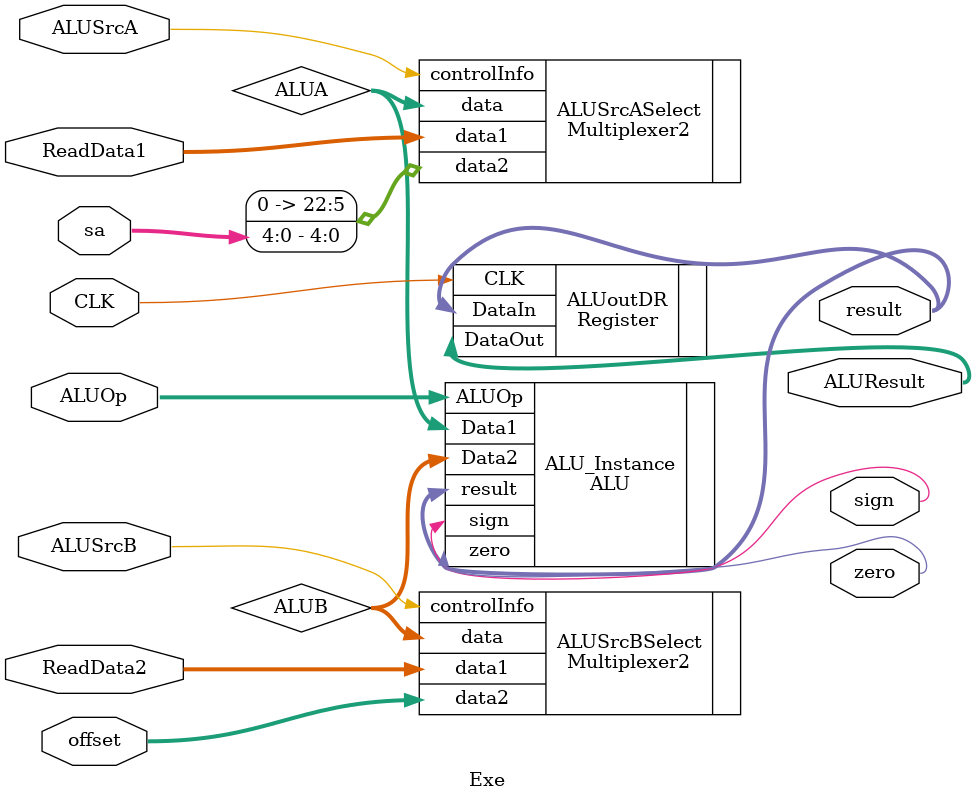
<source format=v>
`timescale 1ns / 1ps

module Exe(
    input CLK,
    input [2:0]ALUOp,
    input ALUSrcA,
    input ALUSrcB,
    input [31:0]ReadData1,
    input [31:0]ReadData2,
    input [4:0]sa,
    input [31:0]offset,
    output sign,
    output zero,
    output [31:0]result,
    output [31:0]ALUResult
    );
    wire [31:0]ALUA, ALUB, result;
    wire sign, zero;
    //´ËÄ£¿é´¦ÀíALUÄ£¿éµÄÊäÈëA£¬ÅÐ¶Ï¿ØÖÆÐÅºÅALUSrcAµÄÖµ£¬
    //µ±ÆäÎª0Ê±£¬Ñ¡Ôñ¼Ä´æÆ÷×éµÄReadData1£»µ±ÆäÎª1Ê±£¬Ñ¡Ôñsa£¬¼´Æ«ÒÆÁ¿£© 
    Multiplexer2 ALUSrcASelect(
        .controlInfo(ALUSrcA),
        .data1(ReadData1),
        .data2({16'h000000,2'b000,sa}),
        .data(ALUA)
    );
    //´ËÄ£¿é´¦ÀíALUÄ£¿éµÄÊäÈëB£¬ÅÐ¶Ï¿ØÖÆÐÅºÅALUSrcBµÄÖµ£¬
    //µ±ÆäÎª0Ê±£¬Ñ¡Ôñ¼Ä´æÆ÷×éµÄReadData2£»µ±ÆäÎª1Ê±£¬Ñ¡Ôñimmediate£¬¼´Á¢¼´Êý£© 
    Multiplexer2 ALUSrcBSelect(
        .controlInfo(ALUSrcB),
        .data1(ReadData2),
        .data2(offset),
        .data(ALUB)
    );
    //´ÓÄ£¿é¼´ÎªÂß¼­ÔËËãµ¥ÔªµÄºËÐÄ²¿·Ö£¬¸ù¾ÝALUopcodeµÄÊäÈë£¬À´Ö´ÐÐ
    //²»Í¬µÄÂß¼­ÔËËã¡£ÆäÖÐzeroµÄÊä³öÓÉ×îÖÕµÄÔËËã½á¹û¾ö¶¨£¬µ±result=0Ê±£¬zeroÊä³öÎª1£¬
    //·´Ö®Êä³öÎª0
    ALU ALU_Instance(
        .Data1(ALUA),
        .Data2(ALUB),
        .ALUOp(ALUOp),
        .sign(sign),
        .zero(zero),
        .result(result)
    );
    //Ã¿µ±Ê±ÖÓÏÂ½µÑØµ½À´Ê±£¬Ë¢ÐÂ¼Ä´æÆ÷ÖÐµÄÊý¾Ý£¬±£³ÖÊý¾ÝµÄ»îÐÔ
    Register ALUoutDR(
        .CLK(CLK),
        .DataIn(result),
        .DataOut(ALUResult)
    );
endmodule

</source>
